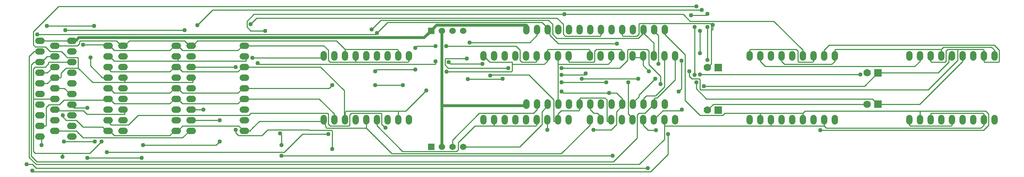
<source format=gbr>
G04 start of page 2 for group 0 idx 0 *
G04 Title: (unknown), top *
G04 Creator: pcb 20110918 *
G04 CreationDate: Fri 10 Jan 2014 09:42:05 PM GMT UTC *
G04 For: vince *
G04 Format: Gerber/RS-274X *
G04 PCB-Dimensions: 1000000 160000 *
G04 PCB-Coordinate-Origin: lower left *
%MOIN*%
%FSLAX25Y25*%
%LNTOP*%
%ADD21C,0.0380*%
%ADD20C,0.1250*%
%ADD19C,0.0280*%
%ADD18C,0.0350*%
%ADD17C,0.0200*%
%ADD16C,0.0400*%
%ADD15C,0.0700*%
%ADD14C,0.0001*%
%ADD13C,0.0600*%
%ADD12C,0.0250*%
%ADD11C,0.0100*%
G54D11*X813500Y93500D02*X663000D01*
X739500Y109500D02*Y105750D01*
X742250Y103000D02*X739500Y105750D01*
X768750Y105000D02*X755750D01*
X755000Y105750D02*X755750Y105000D01*
X759500Y116250D02*X732250Y143500D01*
X759500Y116250D02*Y109500D01*
X755000Y115250D02*X753250Y117000D01*
X710250D01*
X719500Y109500D02*Y105750D01*
X724250Y101000D02*X719500Y105750D01*
X817500Y82500D02*X666500D01*
X830000Y65500D02*X825000Y70500D01*
X820000Y65500D02*X675500D01*
X869250D02*X830000D01*
X759500Y57000D02*Y52500D01*
Y57000D02*X739500D01*
X761500Y59000D02*X759500Y57000D01*
Y49500D01*
X779500D02*Y45000D01*
Y49500D02*Y45000D01*
X719500Y57000D02*X686250D01*
X685000Y55750D02*X684250Y55000D01*
X825000Y70500D02*X669000D01*
X877250Y79000D02*X663750D01*
X784250Y121000D02*X779500Y116250D01*
Y109500D01*
X789500Y105750D02*X786750Y103000D01*
X789500Y116250D02*Y112500D01*
X896500Y105000D02*X886500Y95000D01*
X896500Y109500D02*Y105000D01*
X899500Y109500D02*X896500D01*
X894000Y105750D02*X893250Y105000D01*
X830000Y95000D02*X817500Y82500D01*
X869500Y109500D02*Y105750D01*
X893250Y105000D02*X880250D01*
X879500Y109500D02*Y105750D01*
X880250Y105000D02*X879500Y105750D01*
X869500D02*X864750Y101000D01*
X886500Y95000D02*X830000D01*
X869500Y59000D02*X761500D01*
X781500Y43000D02*X779500Y45000D01*
X926750Y43000D02*X781500D01*
X934000Y56250D02*Y45750D01*
X929250Y41000D02*X776000D01*
X898750Y45000D02*X860250D01*
X859500Y45750D02*X860250Y45000D01*
X864750Y101000D02*X724250D01*
X755000Y115250D02*Y105750D01*
X769500D02*X768750Y105000D01*
X769500Y109500D02*Y105750D01*
X790250Y117000D02*X789500Y116250D01*
Y109500D02*Y105750D01*
X786750Y103000D02*X742250D01*
X889500Y117000D02*X790250D01*
X917250D02*X905000D01*
X895750D01*
X928750D02*X917250D01*
X889500D02*Y109500D01*
X896500Y111000D02*X898000Y112500D01*
X899500D01*
X889500Y117000D02*Y112500D01*
X894000Y115250D02*Y105750D01*
X939250Y121000D02*X784250D01*
X929500Y105750D02*X930250Y105000D01*
X936750Y119000D02*X891500D01*
X909500Y105750D02*X869250Y65500D01*
X901750Y59000D02*X869500D01*
X905000Y106750D02*X877250Y79000D01*
X901750Y59000D02*X869500D01*
X859500Y49500D02*Y45750D01*
X869500Y59000D02*Y49500D01*
X879500Y56250D02*Y49500D01*
X880250Y57000D02*X879500Y56250D01*
X929500Y109500D02*Y105750D01*
Y116250D02*X928750Y117000D01*
X929500Y116250D02*Y109500D01*
X891500Y119000D02*X889500Y117000D01*
X917250D02*X905000D01*
X895750D02*X894000Y115250D01*
X939500Y116250D02*X936750Y119000D01*
X939500Y116250D02*Y109500D01*
X944000Y105750D02*X943250Y105000D01*
X939250Y121000D02*X944000Y116250D01*
Y105750D01*
X909500Y109500D02*Y105750D01*
X905000Y117000D02*Y106750D01*
X896500Y109500D02*Y111000D01*
X899500D01*
X943250Y105000D02*X930250D01*
X899500Y45750D02*X898750Y45000D01*
X928750Y57000D02*X880250D01*
X899500Y49500D02*Y45750D01*
X934000D02*X929250Y41000D01*
X929500Y45750D02*X926750Y43000D01*
X929500Y49500D02*Y45750D01*
X931250Y59000D02*X934000Y56250D01*
X931250Y59000D02*X901750D01*
X928750Y57000D02*X929500Y56250D01*
Y52500D01*
X659500Y86000D02*Y80000D01*
X663000Y79750D02*X663750Y79000D01*
X662250Y89500D02*X655250D01*
X653000Y91750D02*X655250Y89500D01*
X675000Y136000D02*X673500Y134500D01*
X675000Y140000D02*Y136000D01*
X673500Y140750D02*X672750Y141500D01*
X673500Y140750D02*Y134500D01*
X645500Y106500D02*Y80000D01*
X643000Y77500D01*
X649000Y112000D02*Y69000D01*
X686250Y57000D02*X685000Y55750D01*
X684250Y55000D02*X663000D01*
X729500Y49500D02*Y45000D01*
X779500D02*X729500D01*
X629500D01*
Y49500D02*Y45000D01*
X739500Y57000D02*X719500D01*
Y49500D01*
X739500Y57000D02*X719500D01*
X670000Y138000D02*Y107000D01*
X673500Y134500D02*Y103500D01*
X670000Y100000D01*
X710250Y117000D02*X709500Y116250D01*
Y112500D01*
X732250Y143500D02*X653750D01*
X623000Y54250D02*X621250Y52500D01*
X624000Y130000D02*Y103500D01*
X628250Y59500D02*X623000Y54250D01*
X629500Y81750D02*X621250Y73500D01*
X639500Y88500D02*X622500Y71500D01*
X646000Y60500D02*X645000Y59500D01*
X628250D01*
X675500Y65500D02*X670000Y60000D01*
X663000Y55000D02*X649500Y68500D01*
X659500Y80000D02*X669000Y70500D01*
G54D12*X404000Y128000D02*X79625D01*
G54D11*X321500Y125000D02*X191000D01*
X179000D02*X183500Y120500D01*
X237500Y143500D02*Y138000D01*
X254500Y134500D02*X241000D01*
X191000Y125000D02*X186500Y120500D01*
X358250Y131000D02*X40500D01*
X105500Y121500D02*Y120500D01*
X359500Y45250D02*X383750Y21000D01*
X373500Y19000D02*X349500Y43000D01*
X58500Y59500D02*Y60500D01*
Y59500D02*Y60500D01*
Y59500D02*Y60500D01*
X233500Y41250D02*Y40500D01*
Y41250D02*Y40500D01*
Y41250D02*Y40500D01*
X105500Y69500D02*Y70500D01*
Y69500D02*Y70500D01*
X108500Y47500D02*Y50500D01*
Y47500D02*Y50500D01*
X172500Y110500D02*Y106000D01*
X236500D02*X172500D01*
X113000D01*
X379500Y116250D02*Y112500D01*
X331000Y103000D02*X325875D01*
X108500Y97500D02*Y100500D01*
Y97500D02*Y100500D01*
X94000Y139000D02*X49500D01*
X179000Y135000D02*X67000D01*
X37000Y133750D02*Y121250D01*
X127000Y125000D02*X122500Y120500D01*
X80250Y122500D02*X78250Y120500D01*
X81000Y125000D02*X80250Y124250D01*
G54D12*X79625Y128000D02*X77500Y125875D01*
G54D11*X105500Y121500D02*Y120500D01*
Y121500D02*Y120500D01*
X51000Y116750D02*X48250Y119500D01*
X67000Y111250D02*X63250Y115000D01*
X79000Y108750D02*X78250Y109500D01*
X177000Y34000D02*X83750D01*
X77250Y40500D02*X79000Y38750D01*
X102000Y44000D02*X105500Y40500D01*
X102000Y44000D02*X83750D01*
X77250Y40500D02*X58500D01*
X212000Y50500D02*X186500D01*
X208500Y27000D02*X140000D01*
X183500Y40500D02*X177000Y34000D01*
X169500Y40500D02*X165000Y36000D01*
X227000Y100500D02*X186500D01*
X122500Y90500D02*Y86000D01*
X186500D02*X122500D01*
X186500Y90500D02*Y86000D01*
X79000Y104500D02*Y99500D01*
X122500Y86000D02*X92500D01*
X55500Y90500D02*X50000Y85000D01*
X44500D01*
X62250Y90500D02*X58500D01*
X77250Y50500D02*X79000Y48750D01*
X77250Y50500D02*X67750D01*
X105500Y70500D02*Y69500D01*
X65750D01*
X64500Y55000D02*Y53750D01*
X61250Y65000D02*X51750D01*
X49000Y62250D02*Y45750D01*
X165000Y36000D02*X113000D01*
X229750Y45000D02*X177000D01*
X169500Y70500D02*X165000Y66000D01*
X113000D01*
X229000D02*X177000D01*
X172500Y70500D01*
X333250Y45000D02*X315750D01*
X314000Y37500D02*X289500D01*
X272500Y20500D01*
X108500Y100500D02*Y97500D01*
X74500Y62000D02*Y65000D01*
X73000D01*
X229000Y96000D02*X177000D01*
X105500Y121500D02*Y120500D01*
Y121500D02*X83750D01*
X165000Y116000D02*X113000D01*
G54D12*X73000Y125000D02*X71500D01*
G54D11*X105500Y121500D02*Y120500D01*
X169500D02*X165000Y116000D01*
X229000D02*X177000D01*
X48250Y45000D02*X44500D01*
X49000Y45750D02*X48250Y45000D01*
X79000Y108750D02*Y104500D01*
Y99500D02*X67750D01*
X63000Y94750D02*Y91250D01*
X169500Y100500D02*X165000Y96000D01*
X110000D01*
X55500Y110500D02*X50000D01*
X105500Y69500D02*Y70500D01*
Y69500D02*Y70500D01*
X113000Y66000D02*X108500Y70500D01*
Y47500D02*Y50500D01*
Y47500D02*Y50500D01*
X58500Y59500D02*Y60500D01*
Y59500D02*Y60500D01*
X51750Y65000D02*X49000Y62250D01*
X63000Y66750D02*X61250Y65000D01*
X65750Y69500D02*X63000Y66750D01*
X115000Y125000D02*X119500Y120500D01*
X108500Y90500D02*X101750D01*
X108500Y110500D02*X113000Y106000D01*
X108500Y97500D02*Y100500D01*
G54D12*X77500Y125875D02*Y125750D01*
X73000Y125000D01*
G54D11*X115000D02*X81000D01*
X179000D02*X127000D01*
X74500D02*X73000D01*
X80250Y124250D02*Y122500D01*
X78250Y120500D02*X58500D01*
X38750Y100500D02*X37000Y98750D01*
X37750Y115000D02*X33000Y110250D01*
X44500Y115000D02*X37750D01*
Y105000D02*X35000Y102250D01*
X44500Y105000D02*X37750D01*
X51000Y103250D02*X48250Y100500D01*
X51750Y105000D02*X51000Y104250D01*
X50000Y110500D02*X44500Y105000D01*
X55500Y100500D02*X50000Y95000D01*
X44500D01*
X74500Y105000D02*X51750D01*
X90500Y109500D02*Y101750D01*
X48250Y119500D02*X38750D01*
X37000Y121250D02*X38750Y119500D01*
X44500Y35000D02*Y27000D01*
X38500Y19500D02*X37000Y21000D01*
Y44500D02*Y21000D01*
X64250Y19500D02*Y16000D01*
X87500Y62000D02*X74500D01*
Y65000D02*Y62000D01*
X66000Y80500D02*X71500Y75000D01*
X66000Y80500D02*X58500D01*
X84000Y59250D02*X83750Y59500D01*
X92500Y86000D02*X79000Y99500D01*
X122500Y56000D02*X87250D01*
X58500Y60500D02*Y59500D01*
X37000Y70500D02*Y44500D01*
X55500Y70500D02*X37000D01*
Y44500D01*
X35000Y102250D02*Y16750D01*
X33000Y110250D02*Y15500D01*
X239250Y55000D02*X135250D01*
X196500Y60500D02*X186500D01*
X272500Y20500D02*X106000D01*
X122500Y60500D02*Y56000D01*
X169500Y80500D02*X165000Y76000D01*
X113000D01*
X229000D02*X177000D01*
X105500Y69500D02*Y70500D01*
X126250Y46000D02*X110000D01*
X108500Y50500D02*Y47500D01*
X138500Y15000D02*X87500D01*
X94500Y30500D02*X65500D01*
X101000D02*X90000Y19500D01*
X108500Y47500D02*Y50500D01*
X633000Y37500D02*Y18250D01*
X629500Y32500D02*X606000Y9000D01*
X629500Y45000D02*Y32500D01*
X604000Y33750D02*X581750Y11500D01*
X609500Y45750D02*X614250Y41000D01*
X559500Y45750D02*X532750Y19000D01*
X469500Y49500D02*Y45000D01*
X509500Y45750D02*X508750Y45000D01*
X514500Y46250D02*X493750Y25500D01*
X509500Y49500D02*Y45750D01*
X579500Y49500D02*X575500D01*
X529500D02*X525500D01*
X584500Y46250D02*X579750Y41500D01*
X469500Y45000D02*X451750D01*
X508750D02*X469500D01*
G54D12*X500000Y139750D02*Y137000D01*
G54D11*X528750Y146500D02*X534500Y140750D01*
X520750Y144500D02*X524500Y140750D01*
G54D12*X500000Y139750D02*Y137000D01*
G54D11*X570000Y134000D02*Y130250D01*
X569250Y129500D02*X536250D01*
X570000Y130250D02*X569250Y129500D01*
X522000Y134000D02*X520000Y135500D01*
G54D12*X500000Y137000D02*Y135500D01*
G54D11*X524500Y140750D02*Y131250D01*
X522000Y134000D02*Y130500D01*
X510000Y134000D02*Y130250D01*
X503250Y123500D02*X446500D01*
X486500Y105000D02*Y103000D01*
Y105000D02*X465500D01*
X459500Y111000D01*
X529500Y109500D02*Y103000D01*
Y109500D02*Y103000D01*
X520250Y117000D02*X519500Y116250D01*
Y105750D02*X516750Y103000D01*
X519500Y109500D02*Y105750D01*
X486500Y96750D02*X485750Y96000D01*
X486500Y103000D02*Y96750D01*
X466500Y93000D02*X466000Y92500D01*
X502250Y93000D02*X466500D01*
X555500D02*X533000D01*
X599500Y52500D02*X595500Y56500D01*
X609500Y49500D02*Y45750D01*
X611250Y57000D02*X605750D01*
X604000Y55250D01*
Y33750D01*
X595500Y86000D02*Y56500D01*
X590000Y64000D02*X584500Y58500D01*
Y46250D01*
X584750Y76000D02*X590000Y70750D01*
Y67000D01*
X610000Y70750D02*Y64000D01*
X605500Y72500D02*X600000Y67000D01*
X575500Y69750D02*Y49500D01*
X620000Y70750D02*Y67000D01*
X618250Y64000D02*X620000Y65500D01*
X618250Y67000D01*
X620000D01*
Y65500D02*Y64000D01*
Y67000D02*Y65500D01*
X579750Y41500D02*X563000D01*
X559500Y49500D02*Y45750D01*
X569500Y54000D02*X566500Y57000D01*
X563250D01*
X577500Y76000D02*X534500D01*
X584750D02*X577500D01*
X575500Y69750D02*X573750Y71500D01*
X550750D01*
X560000Y64000D02*Y60250D01*
X550750Y71500D02*X550000Y70750D01*
Y60250D02*X549250Y59500D01*
X550000Y64000D02*Y60250D01*
Y70750D02*Y67000D01*
X560000Y60250D02*X563250Y57000D01*
X532750Y59500D02*X529500Y56250D01*
Y67000D02*X530000Y65500D01*
X529500Y64000D01*
X530000D01*
X529500Y103000D02*Y67000D01*
X525500Y69750D02*X502250Y93000D01*
X525500Y69750D02*Y49500D01*
X519500D02*Y41500D01*
X549250Y59500D02*X532750D01*
X529500Y56250D02*Y52500D01*
X534500Y76000D02*X533000Y77500D01*
X510000Y60250D02*X506750Y57000D01*
X630000Y131000D02*X649000Y112000D01*
X630000Y134000D02*Y131000D01*
X663000Y134500D02*Y113500D01*
X639500Y109500D02*Y88500D01*
X653000Y96500D02*Y91750D01*
X663000Y88750D02*X662250Y89500D01*
X663000Y88750D02*Y79750D01*
X629500Y109500D02*Y81750D01*
X658000Y138000D02*Y93000D01*
X649500Y68500D02*X649000Y69000D01*
X622500Y71500D02*X620750D01*
X621250Y73500D02*X612750D01*
X617500Y86000D02*X605500Y74000D01*
Y72500D01*
X612750Y73500D02*X610000Y70750D01*
X620750Y71500D02*X620000Y70750D01*
X621500Y41000D02*X614250D01*
X629500Y49500D02*Y45000D01*
X620000Y64000D02*X618250D01*
X614500Y60250D02*X611250Y57000D01*
X618250Y64000D02*X614500Y60250D01*
X621250Y52500D02*X619500D01*
X626000Y91750D02*X617750Y100000D01*
X626000Y91750D02*Y84500D01*
X621000Y89500D02*X617500Y86000D01*
X595750Y117000D02*X595000Y116250D01*
X606250Y141500D02*X605500Y140750D01*
X610000Y132500D02*X605000Y127500D01*
X613000Y129500D02*X619500Y123000D01*
X610000Y132500D02*X613000Y129500D01*
X610000Y135500D02*Y134000D01*
X588750Y117000D02*X589500Y116250D01*
X588750Y117000D02*X565750D01*
X590000Y134000D02*Y130250D01*
X605500Y131250D02*X603750Y129500D01*
X610000Y134000D02*Y132500D01*
X620000Y134000D02*X624000Y130000D01*
X610000Y134000D02*Y132500D01*
X615000Y115250D02*X613250Y117000D01*
X615000Y115250D02*Y102750D01*
X619500Y123000D02*Y112500D01*
X564000Y115250D02*Y105750D01*
X563250Y105000D01*
X565750Y117000D02*X564000Y115250D01*
X589500Y116250D02*Y112500D01*
X563250Y105000D02*X540250D01*
X516750Y103000D02*X486500D01*
X576750D02*X529500D01*
X539500Y109500D02*Y105750D01*
X540250Y105000D02*X539500Y105750D01*
X558750Y117000D02*X520250D01*
X519500Y116250D02*Y112500D01*
X522000Y134000D02*X520000D01*
X585000Y122500D02*X530000D01*
X528250Y127500D02*X524500Y131250D01*
X605000Y127500D02*X528250D01*
X559500Y116250D02*X558750Y117000D01*
X559500Y116250D02*Y109500D01*
X579500Y105750D02*X576750Y103000D01*
X579500Y109500D02*Y105750D01*
X609500Y109500D02*Y102000D01*
X605000Y89500D02*X552000D01*
X595000Y106750D02*X587750Y99500D01*
X575000Y86000D02*X533000D01*
X555500Y94500D02*Y93000D01*
Y94500D02*Y93000D01*
Y94500D02*Y93000D01*
X483000Y99500D02*X426250D01*
X384000Y83500D02*X358000D01*
X485750Y96000D02*X425000D01*
X359500Y98000D02*X358000Y96500D01*
X379500Y59000D02*Y49500D01*
X406000Y78500D02*X386500Y59000D01*
X379500D02*X354500D01*
X386500D02*X379500D01*
X364000Y56250D02*Y46750D01*
X367250Y43500D02*X364000Y46750D01*
X455750Y57000D02*X430500Y31750D01*
X329000Y52500D02*X329500Y51000D01*
X319500Y56250D02*Y52500D01*
X314000Y56250D02*Y46750D01*
X315750Y45000D02*X314000Y46750D01*
X329500Y51000D02*X329000Y49500D01*
X329500D01*
X334000Y45750D02*X333250Y45000D01*
X335750Y57000D02*X334000Y55250D01*
X329500Y57750D02*Y55500D01*
X329000Y78250D02*Y55000D01*
X243000Y43250D02*X240250Y40500D01*
X249250Y49500D02*X243000Y43250D01*
X233500Y41250D02*Y40500D01*
X229750Y36000D02*X227000Y38750D01*
X270000Y36500D02*Y27000D01*
X241000Y56750D02*X239250Y55000D01*
X241250Y57000D02*X241000Y56750D01*
G54D12*X420500Y134500D02*Y64000D01*
X410500Y134500D02*X404000Y128000D01*
G54D11*X458500Y103500D02*X428500D01*
X427000Y105000D01*
X414750Y105750D02*Y103000D01*
G54D12*X500000Y139750D02*X415750D01*
G54D11*X490250Y120000D02*X424750D01*
X414750D02*X397000D01*
X359500Y132250D02*X358250Y131000D01*
G54D12*X415750Y139750D02*X410500Y134500D01*
G54D11*X477500Y89500D02*X477000Y89000D01*
X490250Y120000D02*X494000Y116250D01*
X367500Y43500D02*X367250D01*
X581000Y17000D02*X270000D01*
X434250Y21000D02*X383750D01*
X317500Y40250D02*Y23500D01*
X436000Y22750D02*X434250Y21000D01*
X436000Y29250D02*Y22750D01*
X532750Y19000D02*X373500D01*
X414750Y103000D02*X331000D01*
X614000Y5500D02*X39750D01*
X616750Y2000D02*X37000D01*
X36000Y3000D01*
X606000Y9000D02*X39500D01*
X36000D02*X30500D01*
X581750Y11500D02*X40250D01*
X35000Y16750D01*
X39500Y9000D02*X33000Y15500D01*
X39500Y5500D02*X36000Y9000D01*
X633000Y18250D02*X616750Y2000D01*
X90000Y19500D02*X38500D01*
X363250Y57000D02*X364000Y56250D01*
X363250Y57000D02*X335750D01*
X334000Y55250D02*Y45750D01*
X313250Y57000D02*X314000Y56250D01*
X313250Y57000D02*X241250D01*
X177000Y45000D02*X172500Y40500D01*
X113000Y36000D02*X108500Y40500D01*
X110000Y46000D02*X108500Y47500D01*
X127000Y46750D02*X126250Y46000D01*
X135250Y55000D02*X127000Y46750D01*
X67750Y50500D02*X64500Y53750D01*
X83750Y59500D02*X58500D01*
X83750Y44000D02*X79000Y48750D01*
X84000Y59250D02*X87250Y56000D01*
X83750Y34000D02*X79000Y38750D01*
X477000Y89000D02*X445000D01*
X395500Y98000D02*X359500D01*
X659500Y157500D02*X60750D01*
X37000Y133750D01*
X205250Y154000D02*X191000Y139750D01*
X363250Y144500D02*X354500Y135750D01*
X244000Y150000D02*X237500Y143500D01*
X90500Y101750D02*X101750Y90500D01*
X51000Y104250D02*Y103250D01*
X48250Y100500D02*X38750D01*
X108500Y97500D02*Y100500D01*
X105500Y121500D02*Y120500D01*
X108500Y97500D02*Y100500D01*
X113000Y76000D02*X108500Y80500D01*
X79000Y104500D02*Y99500D01*
X110000Y96000D02*X108500Y97500D01*
X63000Y91250D02*X62250Y90500D01*
X67750Y99500D02*X63000Y94750D01*
X78250Y109500D02*X68750D01*
X67000Y111250D02*X68750Y109500D01*
X73000Y125000D02*X71500D01*
X177000Y116000D02*X172500Y120500D01*
X113000Y116000D02*X108500Y120500D01*
X71500Y125000D02*X44500D01*
X177000Y96000D02*X172500Y100500D01*
X177000Y76000D02*X172500Y80500D01*
X63250Y115000D02*X52750D01*
X51000Y116750D02*X52750Y115000D01*
X37000Y98750D02*Y70500D01*
X321500Y125000D02*X329500Y117000D01*
X378750D02*X379500Y116250D01*
X378750Y117000D02*X329500D01*
Y109500D01*
X309750Y120500D02*X314000Y116250D01*
X329500Y117000D02*Y112500D01*
X339500Y109500D02*Y105000D01*
X331000Y103000D02*X325875D01*
X339500Y105000D02*X315750D01*
X389500Y105750D02*X388750Y105000D01*
X389500Y109500D02*Y105750D01*
X268500Y38000D02*X270000Y36500D01*
X316750Y41000D02*X317500Y40250D01*
X316750Y41000D02*X296500D01*
X296000Y41500D02*X296500Y41000D01*
X296000Y41500D02*X257000D01*
X309500Y49500D02*X249250D01*
X257000Y41500D02*X251500Y36000D01*
X229750D01*
X227000Y41500D02*Y38750D01*
X212000Y30500D02*X208500Y27000D01*
X229750Y45000D02*X233500Y41250D01*
X240250Y40500D02*X236500D01*
X309500Y51000D02*X312000Y43000D01*
X349500D02*X312000D01*
X349500Y49500D02*Y43000D01*
X359500Y49500D02*Y45250D01*
X349500Y49500D02*Y43000D01*
X247500Y104000D02*X248500Y103000D01*
X236500Y110500D02*Y106000D01*
X309500Y109000D02*X242500D01*
X233500Y70500D02*X229000Y66000D01*
X233500Y100500D02*X229000Y96000D01*
X305250Y70500D02*X236500D01*
X233500Y80500D02*X229000Y76000D01*
X317500Y83500D02*X314500Y80500D01*
X236500D01*
X306750Y100500D02*X329000Y78250D01*
X306750Y100500D02*X236500D01*
X305250Y70500D02*X319500Y56250D01*
X309500Y51000D02*X312000Y52500D01*
X309500D01*
X354500Y59000D02*X330750D01*
X379500D02*X354500D01*
X329500Y55500D02*X329000Y55000D01*
X330750Y59000D02*X329500Y57750D01*
X329000Y52500D02*X329500D01*
X329000D01*
X510000Y64000D02*Y60250D01*
X520000Y64000D02*X514500Y58500D01*
Y46250D01*
X530000Y67000D02*X529500D01*
X506750Y57000D02*X455750D01*
G54D12*X500000Y64000D02*X420500D01*
Y25500D01*
G54D11*X430500Y31750D02*Y25500D01*
X493750D02*X440500D01*
X451750Y45000D02*X436000Y29250D01*
G54D12*X420500Y64000D02*Y25500D01*
G54D11*X528750Y146500D02*X246750D01*
X535500Y150000D02*X244000D01*
X514500Y142500D02*X369750D01*
X520750Y144500D02*X363250D01*
X369750Y142500D02*X359500Y132250D01*
X664500Y154000D02*X205250D01*
X647250Y150000D02*X535500D01*
X233500Y120500D02*X229000Y116000D01*
X309750Y120500D02*X236500D01*
X325875Y103000D02*X248500D01*
X314000Y116250D02*Y106750D01*
X315750Y105000D02*X314000Y106750D01*
X397000Y120000D02*X395500Y118500D01*
X237500Y138000D02*X241000Y134500D01*
X246750Y146500D02*X241000Y140750D01*
X609500Y109500D02*X599500D01*
X509500D02*Y105750D01*
X508750Y105000D02*X495750D01*
X444000Y108500D02*X424250D01*
X388750Y105000D02*X339500D01*
X670000Y150500D02*X668500Y149000D01*
X654500D01*
X649000Y148250D02*X647250Y150000D01*
X514500Y142500D02*X520000Y137000D01*
X672750Y141500D02*X606250D01*
X423500Y107750D02*Y102250D01*
X587750Y99500D02*X533000D01*
X423500Y102250D02*X426250Y99500D01*
X424250Y108500D02*X423500Y107750D01*
X605500Y140750D02*Y131250D01*
X615000Y102750D02*X617750Y100000D01*
X649000Y148250D02*X653750Y143500D01*
X603750Y129500D02*X590750D01*
X590000Y130250D02*X590750Y129500D01*
X613250Y117000D02*X595750D01*
X595000Y116250D02*Y106750D01*
X510000Y130250D02*X503250Y123500D01*
X522000Y130500D02*X530000Y122500D01*
X494000Y116250D02*Y106750D01*
X609500Y102000D02*X615000Y96500D01*
X495750Y105000D02*X494000Y106750D01*
X509500Y105750D02*X508750Y105000D01*
X534500Y140750D02*Y131250D01*
X536250Y129500D02*X534500Y131250D01*
G54D13*X121000Y120500D03*
Y110500D03*
Y100500D03*
Y90500D03*
Y80500D03*
Y70500D03*
Y60500D03*
X171000D03*
X121000Y50500D03*
X171000D03*
X121000Y40500D03*
X171000D03*
Y70500D03*
Y80500D03*
Y90500D03*
Y100500D03*
Y110500D03*
Y120500D03*
X185000D03*
Y110500D03*
Y100500D03*
Y90500D03*
Y80500D03*
Y70500D03*
Y60500D03*
Y50500D03*
Y40500D03*
X235000Y110500D03*
Y120500D03*
X57000D03*
X107000D03*
G54D14*G36*
X826500Y69000D02*Y62000D01*
X833500D01*
Y69000D01*
X826500D01*
G37*
G54D15*X820000Y65500D03*
G54D13*X859500Y51000D03*
X869500D03*
X879500D03*
X889500D03*
X899500D03*
X909500D03*
X919500D03*
X929500D03*
X939500D03*
Y111000D03*
X929500D03*
X919500D03*
X909500D03*
X899500D03*
X889500D03*
X879500D03*
X869500D03*
X859500D03*
X709500Y51000D03*
X719500D03*
X729500D03*
X739500D03*
X749500D03*
X759500D03*
X769500D03*
X779500D03*
X789500D03*
G54D14*G36*
X676500Y63500D02*Y56500D01*
X683500D01*
Y63500D01*
X676500D01*
G37*
G54D15*X670000Y60000D03*
G54D13*X789500Y111000D03*
G54D14*G36*
X826500Y98500D02*Y91500D01*
X833500D01*
Y98500D01*
X826500D01*
G37*
G54D15*X820000Y95000D03*
G54D13*X779500Y111000D03*
X769500D03*
X759500D03*
X749500D03*
X739500D03*
X729500D03*
X719500D03*
X709500D03*
G54D14*G36*
X676500Y103500D02*Y96500D01*
X683500D01*
Y103500D01*
X676500D01*
G37*
G54D15*X670000Y100000D03*
G54D13*X309500Y51000D03*
X319500D03*
X329500D03*
X339500D03*
X349500D03*
X359500D03*
X369500D03*
X379500D03*
X389500D03*
G54D14*G36*
X407500Y28500D02*Y22500D01*
X413500D01*
Y28500D01*
X407500D01*
G37*
G54D13*X420500Y25500D03*
X430500D03*
X440500D03*
X235000Y40500D03*
Y50500D03*
Y60500D03*
Y70500D03*
Y80500D03*
Y90500D03*
Y100500D03*
X389500Y111000D03*
X379500D03*
X369500D03*
X359500D03*
X349500D03*
X339500D03*
X329500D03*
X319500D03*
X309500D03*
X57000Y110500D03*
Y100500D03*
Y90500D03*
Y80500D03*
Y70500D03*
Y60500D03*
Y50500D03*
Y40500D03*
X43000Y35000D03*
Y45000D03*
Y55000D03*
Y65000D03*
Y75000D03*
Y85000D03*
Y95000D03*
Y105000D03*
Y115000D03*
Y125000D03*
X107000Y40500D03*
Y50500D03*
Y60500D03*
Y70500D03*
Y80500D03*
Y90500D03*
Y100500D03*
Y110500D03*
X73000Y125000D03*
Y115000D03*
Y105000D03*
Y95000D03*
Y85000D03*
Y75000D03*
Y65000D03*
Y55000D03*
Y45000D03*
Y35000D03*
G54D14*G36*
X407500Y137500D02*Y131500D01*
X413500D01*
Y137500D01*
X407500D01*
G37*
G54D13*X420500Y134500D03*
X430500D03*
X440500D03*
X500000Y135500D03*
X510000D03*
X520000D03*
X530000D03*
X540000D03*
X550000D03*
X560000D03*
X570000D03*
X580000D03*
X590000D03*
X600000D03*
X610000D03*
X620000D03*
X630000D03*
X639500Y111000D03*
X629500D03*
X619500D03*
X630000Y65500D03*
X620000D03*
X610000D03*
X600000D03*
X590000D03*
X580000D03*
X570000D03*
X569500Y51000D03*
X579500D03*
X560000Y65500D03*
X559500Y51000D03*
X589500D03*
X599500D03*
X609500D03*
X619500D03*
X629500D03*
X639500D03*
X550000Y65500D03*
X540000D03*
X530000D03*
X520000D03*
X510000D03*
X500000D03*
X459500Y51000D03*
X469500D03*
X479500D03*
X489500D03*
X499500D03*
X509500D03*
X519500D03*
X529500D03*
X539500D03*
X609500Y111000D03*
X599500D03*
X589500D03*
X579500D03*
X569500D03*
X559500D03*
X539500D03*
X529500D03*
X519500D03*
X509500D03*
X499500D03*
X489500D03*
X479500D03*
X469500D03*
X459500D03*
X119500Y60500D02*X122500D01*
X119500Y50500D02*X122500D01*
X119500Y40500D02*X122500D01*
X105500D02*X108500D01*
X105500Y50500D02*X108500D01*
X119500Y100500D02*X122500D01*
X119500Y90500D02*X122500D01*
X119500Y120500D02*X122500D01*
X119500Y110500D02*X122500D01*
X119500Y80500D02*X122500D01*
X119500Y70500D02*X122500D01*
X105500Y60500D02*X108500D01*
X105500Y70500D02*X108500D01*
X105500Y80500D02*X108500D01*
X105500Y90500D02*X108500D01*
X105500Y100500D02*X108500D01*
X105500Y110500D02*X108500D01*
X105500Y120500D02*X108500D01*
X309500Y52500D02*Y49500D01*
X319500Y52500D02*Y49500D01*
X329500Y52500D02*Y49500D01*
X339500Y52500D02*Y49500D01*
X349500Y52500D02*Y49500D01*
X359500Y52500D02*Y49500D01*
X369500Y52500D02*Y49500D01*
X379500Y52500D02*Y49500D01*
X389500Y52500D02*Y49500D01*
Y112500D02*Y109500D01*
X379500Y112500D02*Y109500D01*
X369500Y112500D02*Y109500D01*
X359500Y112500D02*Y109500D01*
X349500Y112500D02*Y109500D01*
X339500Y112500D02*Y109500D01*
X329500Y112500D02*Y109500D01*
X319500Y112500D02*Y109500D01*
X309500Y112500D02*Y109500D01*
X169500Y40500D02*X172500D01*
X169500Y50500D02*X172500D01*
X169500Y60500D02*X172500D01*
X169500Y90500D02*X172500D01*
X169500Y100500D02*X172500D01*
X169500Y110500D02*X172500D01*
X183500D02*X186500D01*
X169500Y120500D02*X172500D01*
X183500D02*X186500D01*
X183500Y100500D02*X186500D01*
X183500Y90500D02*X186500D01*
X169500Y70500D02*X172500D01*
X169500Y80500D02*X172500D01*
X183500D02*X186500D01*
X183500Y70500D02*X186500D01*
X183500Y60500D02*X186500D01*
X183500Y50500D02*X186500D01*
X183500Y40500D02*X186500D01*
X233500D02*X236500D01*
X233500Y50500D02*X236500D01*
X233500Y60500D02*X236500D01*
X233500Y70500D02*X236500D01*
X233500Y80500D02*X236500D01*
X233500Y90500D02*X236500D01*
X233500Y100500D02*X236500D01*
X233500Y110500D02*X236500D01*
X233500Y120500D02*X236500D01*
X55500D02*X58500D01*
X55500Y110500D02*X58500D01*
X71500Y125000D02*X74500D01*
X71500Y115000D02*X74500D01*
X55500Y80500D02*X58500D01*
X55500Y70500D02*X58500D01*
X55500Y60500D02*X58500D01*
X55500Y50500D02*X58500D01*
X55500Y40500D02*X58500D01*
X41500Y35000D02*X44500D01*
X41500Y45000D02*X44500D01*
X41500Y55000D02*X44500D01*
X41500Y65000D02*X44500D01*
X41500Y75000D02*X44500D01*
X41500Y85000D02*X44500D01*
X41500Y95000D02*X44500D01*
X41500Y105000D02*X44500D01*
X41500Y115000D02*X44500D01*
X41500Y125000D02*X44500D01*
X55500Y100500D02*X58500D01*
X55500Y90500D02*X58500D01*
X71500Y105000D02*X74500D01*
X71500Y95000D02*X74500D01*
X71500Y85000D02*X74500D01*
X71500Y75000D02*X74500D01*
X71500Y65000D02*X74500D01*
X71500Y55000D02*X74500D01*
X71500Y45000D02*X74500D01*
X71500Y35000D02*X74500D01*
X859500Y52500D02*Y49500D01*
X869500Y52500D02*Y49500D01*
X879500Y52500D02*Y49500D01*
X889500Y52500D02*Y49500D01*
X899500Y52500D02*Y49500D01*
X909500Y52500D02*Y49500D01*
X919500Y52500D02*Y49500D01*
X929500Y52500D02*Y49500D01*
X939500Y52500D02*Y49500D01*
Y112500D02*Y109500D01*
X929500Y112500D02*Y109500D01*
X919500Y112500D02*Y109500D01*
X909500Y112500D02*Y109500D01*
X899500Y112500D02*Y109500D01*
X889500Y112500D02*Y109500D01*
X879500Y112500D02*Y109500D01*
X869500Y112500D02*Y109500D01*
X709500Y52500D02*Y49500D01*
X719500Y52500D02*Y49500D01*
X729500Y52500D02*Y49500D01*
X739500Y52500D02*Y49500D01*
X749500Y52500D02*Y49500D01*
X759500Y52500D02*Y49500D01*
X769500Y52500D02*Y49500D01*
X779500Y52500D02*Y49500D01*
X789500Y52500D02*Y49500D01*
X859500Y112500D02*Y109500D01*
X789500Y112500D02*Y109500D01*
X779500Y112500D02*Y109500D01*
X769500Y112500D02*Y109500D01*
X759500Y112500D02*Y109500D01*
X749500Y112500D02*Y109500D01*
X739500Y112500D02*Y109500D01*
X729500Y112500D02*Y109500D01*
X719500Y112500D02*Y109500D01*
X709500Y112500D02*Y109500D01*
X500000Y137000D02*Y134000D01*
X510000Y137000D02*Y134000D01*
X520000Y137000D02*Y134000D01*
X530000Y137000D02*Y134000D01*
X540000Y67000D02*Y64000D01*
X530000Y67000D02*Y64000D01*
X520000Y67000D02*Y64000D01*
X500000Y67000D02*Y64000D01*
X459500Y52500D02*Y49500D01*
X469500Y52500D02*Y49500D01*
X479500Y52500D02*Y49500D01*
X489500Y52500D02*Y49500D01*
X499500Y52500D02*Y49500D01*
X510000Y67000D02*Y64000D01*
X509500Y52500D02*Y49500D01*
X519500Y52500D02*Y49500D01*
X529500Y52500D02*Y49500D01*
X539500Y52500D02*Y49500D01*
Y112500D02*Y109500D01*
X529500Y112500D02*Y109500D01*
X519500Y112500D02*Y109500D01*
X509500Y112500D02*Y109500D01*
X499500Y112500D02*Y109500D01*
X489500Y112500D02*Y109500D01*
X479500Y112500D02*Y109500D01*
X469500Y112500D02*Y109500D01*
X459500Y112500D02*Y109500D01*
X540000Y137000D02*Y134000D01*
X550000Y137000D02*Y134000D01*
X560000Y137000D02*Y134000D01*
X570000Y137000D02*Y134000D01*
X580000Y137000D02*Y134000D01*
X590000Y137000D02*Y134000D01*
X600000Y137000D02*Y134000D01*
X610000Y137000D02*Y134000D01*
X620000Y137000D02*Y134000D01*
X630000Y137000D02*Y134000D01*
Y67000D02*Y64000D01*
X620000Y67000D02*Y64000D01*
X610000Y67000D02*Y64000D01*
X600000Y67000D02*Y64000D01*
X590000Y67000D02*Y64000D01*
X580000Y67000D02*Y64000D01*
X570000Y67000D02*Y64000D01*
X560000Y67000D02*Y64000D01*
X550000Y67000D02*Y64000D01*
X559500Y52500D02*Y49500D01*
X569500Y52500D02*Y49500D01*
X579500Y52500D02*Y49500D01*
X589500Y52500D02*Y49500D01*
X599500Y52500D02*Y49500D01*
X609500Y52500D02*Y49500D01*
X619500Y52500D02*Y49500D01*
X629500Y52500D02*Y49500D01*
X639500Y52500D02*Y49500D01*
Y112500D02*Y109500D01*
X629500Y112500D02*Y109500D01*
X619500Y112500D02*Y109500D01*
X609500Y112500D02*Y109500D01*
X599500Y112500D02*Y109500D01*
X589500Y112500D02*Y109500D01*
X579500Y112500D02*Y109500D01*
X569500Y112500D02*Y109500D01*
X559500Y112500D02*Y109500D01*
G54D16*X44500Y27000D03*
X65500Y30500D03*
X40500Y131000D03*
X49500Y139000D03*
X67000Y135000D03*
X64500Y55000D03*
X64250Y16000D03*
X36000Y3000D03*
X30500Y9000D03*
X458500Y103500D03*
X445000Y89000D03*
X446500Y123500D03*
X444000Y108500D03*
X427000Y105000D03*
X424750Y120000D03*
X414750D03*
X425000Y96000D03*
X414750Y105750D03*
X317500Y23500D03*
X519500Y41500D03*
X477500Y89500D03*
X483000Y99500D03*
X466000Y92500D03*
X406000Y78500D03*
X247500Y104000D03*
X241000Y140750D03*
X227000Y100500D03*
X242500Y109000D03*
X254500Y134500D03*
X270000Y17000D03*
Y27000D03*
X268500Y38000D03*
X191000Y139750D03*
X179000Y135000D03*
X196500Y60500D03*
X227000Y41500D03*
X212000Y50500D03*
Y30500D03*
X138500Y15000D03*
X140000Y27000D03*
X90500Y109500D03*
X94000Y139000D03*
X87500Y15000D03*
Y62000D03*
X106000Y20500D03*
X94500Y30500D03*
X101000D03*
X83750Y121500D03*
X367500Y43500D03*
X358000Y96500D03*
X314000Y37500D03*
X358000Y83500D03*
X317500D03*
X354500Y135750D03*
X384000Y83500D03*
X395500Y118500D03*
Y98000D03*
X359500Y132250D03*
X575000Y86000D03*
X555500Y94500D03*
X585000Y122500D03*
X533000Y86000D03*
X552000Y89500D03*
X535500Y150000D03*
X533000Y99500D03*
Y93000D03*
X595500Y86000D03*
X533000Y77500D03*
X615000Y96500D03*
X605000Y89500D03*
X626000Y84500D03*
X621000Y89500D03*
X666500Y82500D03*
X659500Y86000D03*
X658000Y93000D03*
X646000Y60500D03*
X653000Y96500D03*
X645500Y106500D03*
X643000Y77500D03*
X624000Y103500D03*
X614000Y5500D03*
X633000Y37500D03*
X581000Y17000D03*
X621500Y41000D03*
X563000Y41500D03*
X577500Y76000D03*
X663000Y93500D03*
X813500D03*
X675000Y140000D03*
X658000Y138000D03*
X670000Y150500D03*
Y138000D03*
X664500Y154000D03*
X663000Y113500D03*
Y134500D03*
X659500Y157500D03*
X654500Y149000D03*
X670000Y107000D03*
X776000Y41000D03*
G54D17*G54D18*G54D19*G54D18*G54D20*G54D18*G54D20*G54D18*G54D19*G54D18*G54D19*G54D18*G54D19*G54D18*G54D21*G54D18*G54D20*G54D18*G54D20*G54D18*G54D21*G54D18*M02*

</source>
